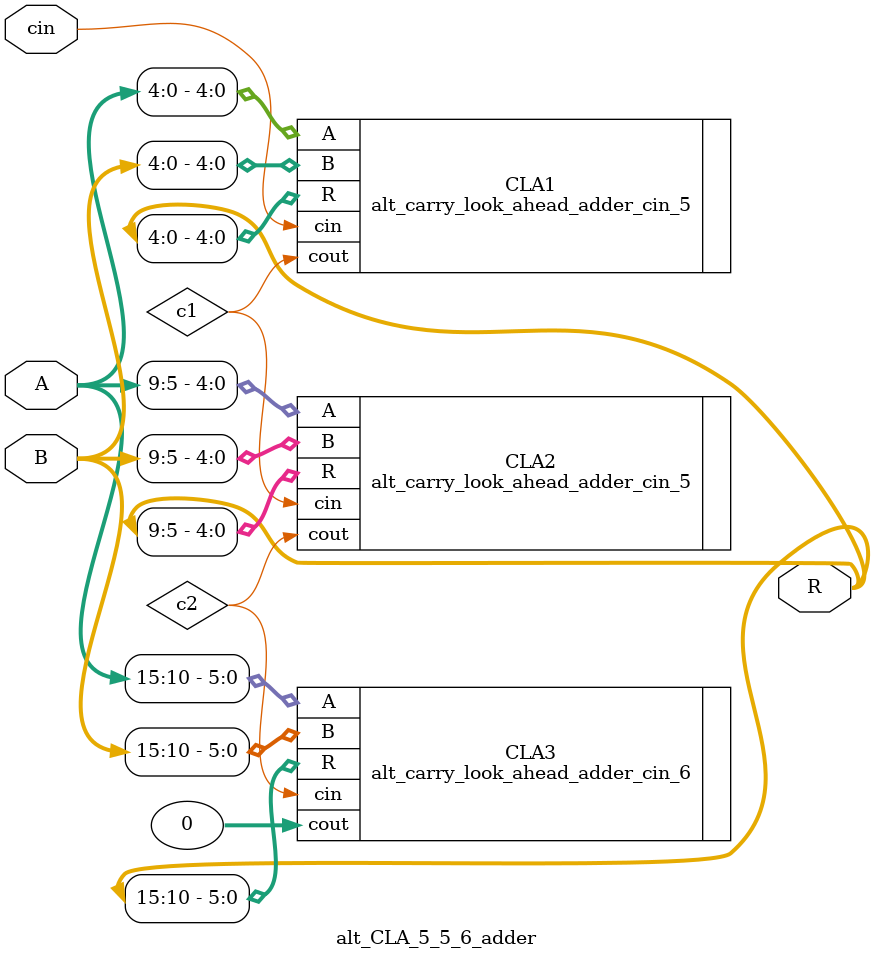
<source format=sv>
module alt_CLA_5_5_6_adder
(
input [15:0] A, B,
input cin,
output [15:0] R

);

wire c1, c2;

alt_carry_look_ahead_adder_cin_5 CLA1(.A(A[4:0]) , .B(B[4:0]) , .cin(cin) , .cout(c1) , .R(R[4:0]));

alt_carry_look_ahead_adder_cin_5 CLA2(.A(A[9:5]) , .B(B[9:5]) , .cin(c1) , .cout(c2) , .R(R[9:5]));

alt_carry_look_ahead_adder_cin_6 CLA3(.A(A[15:10]) , .B(B[15:10]) , .cin(c2) , .cout(0) , .R(R[15:10]));





endmodule
</source>
